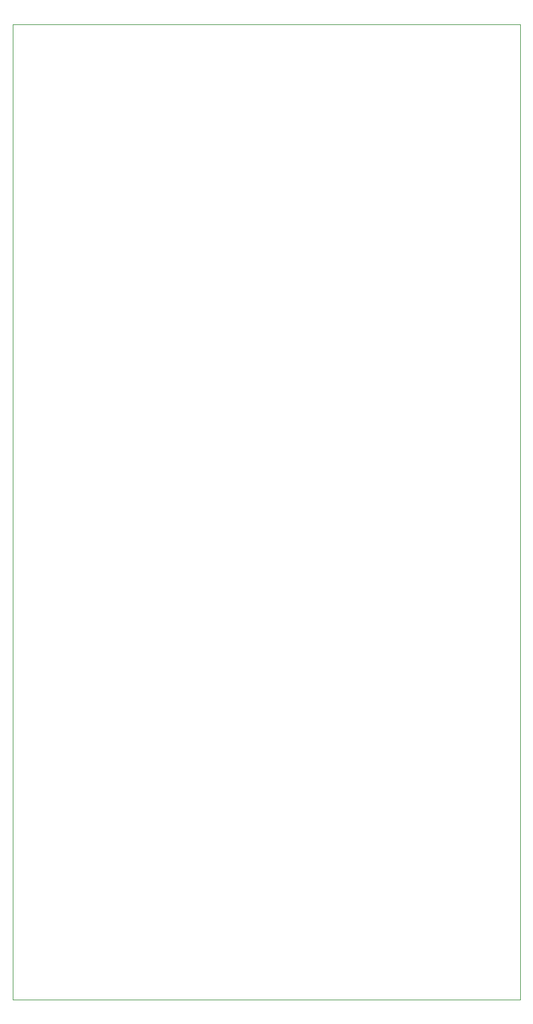
<source format=gbr>
G04 #@! TF.GenerationSoftware,KiCad,Pcbnew,8.0.5-8.0.5-0~ubuntu24.04.1*
G04 #@! TF.CreationDate,2024-10-05T12:28:56+03:00*
G04 #@! TF.ProjectId,esp32-main,65737033-322d-46d6-9169-6e2e6b696361,A*
G04 #@! TF.SameCoordinates,Original*
G04 #@! TF.FileFunction,Profile,NP*
%FSLAX46Y46*%
G04 Gerber Fmt 4.6, Leading zero omitted, Abs format (unit mm)*
G04 Created by KiCad (PCBNEW 8.0.5-8.0.5-0~ubuntu24.04.1) date 2024-10-05 12:28:56*
%MOMM*%
%LPD*%
G01*
G04 APERTURE LIST*
G04 #@! TA.AperFunction,Profile*
%ADD10C,0.050000*%
G04 #@! TD*
G04 APERTURE END LIST*
D10*
X109750000Y-20750000D02*
X180250000Y-20750000D01*
X180250000Y-156250000D01*
X109750000Y-156250000D01*
X109750000Y-20750000D01*
M02*

</source>
